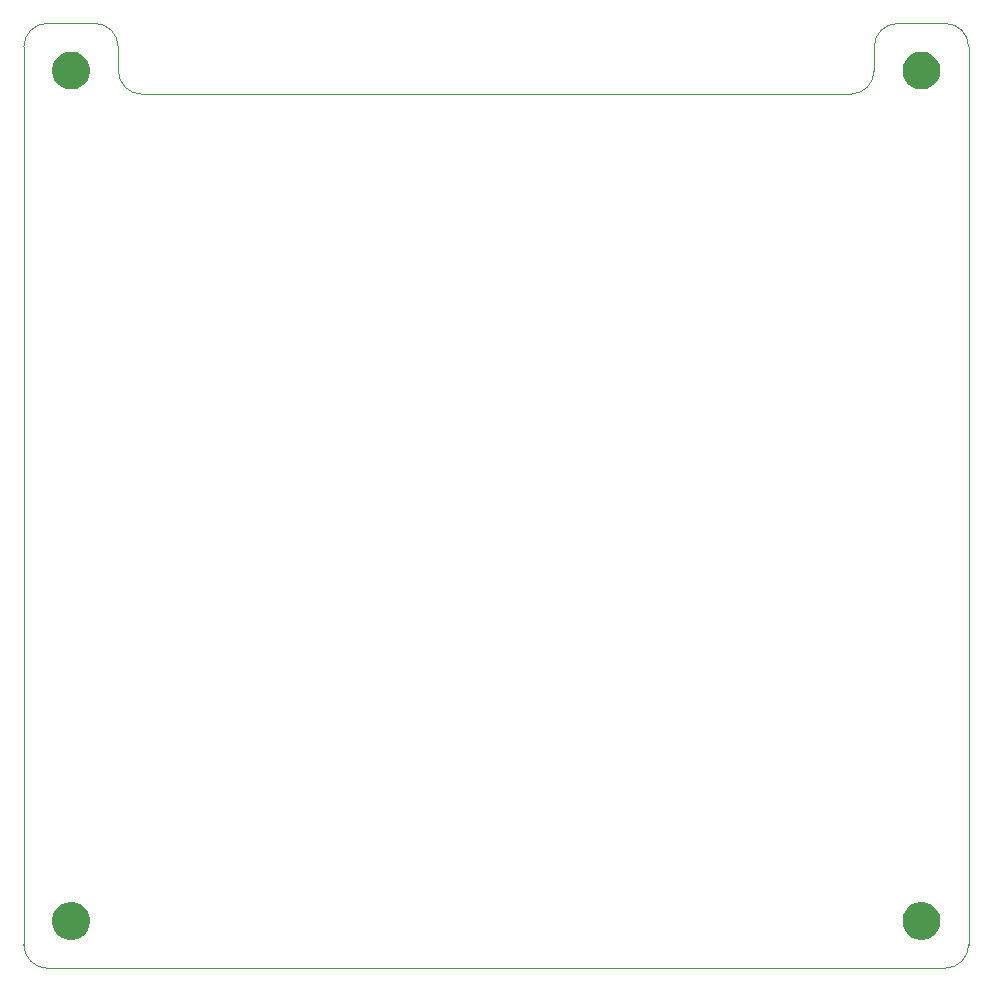
<source format=gbr>
%TF.GenerationSoftware,Altium Limited,Altium Designer,21.6.1 (37)*%
G04 Layer_Color=0*
%FSLAX45Y45*%
%MOMM*%
%TF.SameCoordinates,308497C2-864B-4A42-B135-7B231B7309CE*%
%TF.FilePolarity,Positive*%
%TF.FileFunction,Profile,NP*%
%TF.Part,Single*%
G01*
G75*
%TA.AperFunction,Profile*%
%ADD167C,0.02540*%
G36*
X240000Y400635D02*
Y384876D01*
X246149Y353964D01*
X258210Y324846D01*
X275720Y298641D01*
X298006Y276355D01*
X324212Y258845D01*
X353330Y246784D01*
X384242Y240635D01*
X400000D01*
X415759D01*
X446670Y246784D01*
X475788Y258845D01*
X501994Y276355D01*
X524280Y298641D01*
X541790Y324846D01*
X553851Y353964D01*
X560000Y384876D01*
Y400635D01*
Y416393D01*
X553851Y447305D01*
X541790Y476423D01*
X524280Y502629D01*
X501994Y524915D01*
X475788Y542425D01*
X446670Y554486D01*
X415759Y560635D01*
X400000D01*
X384242D01*
X353330Y554486D01*
X324212Y542425D01*
X298006Y524915D01*
X275720Y502629D01*
X258210Y476423D01*
X246149Y447305D01*
X240000Y416393D01*
Y400635D01*
D01*
D02*
G37*
G36*
X7440000D02*
Y384876D01*
X7446149Y353964D01*
X7458210Y324846D01*
X7475720Y298641D01*
X7498006Y276355D01*
X7524212Y258845D01*
X7553330Y246784D01*
X7584242Y240635D01*
X7600000D01*
X7615759D01*
X7646671Y246784D01*
X7675789Y258845D01*
X7701994Y276355D01*
X7724280Y298641D01*
X7741790Y324846D01*
X7753851Y353964D01*
X7760000Y384876D01*
Y400635D01*
Y416393D01*
X7753851Y447305D01*
X7741790Y476423D01*
X7724280Y502629D01*
X7701994Y524915D01*
X7675789Y542425D01*
X7646671Y554486D01*
X7615759Y560635D01*
X7600000D01*
X7584242D01*
X7553330Y554486D01*
X7524212Y542425D01*
X7498006Y524915D01*
X7475720Y502629D01*
X7458210Y476423D01*
X7446149Y447305D01*
X7440000Y416393D01*
Y400635D01*
D01*
D02*
G37*
G36*
Y7600635D02*
Y7584876D01*
X7446149Y7553965D01*
X7458210Y7524847D01*
X7475720Y7498641D01*
X7498006Y7476355D01*
X7524212Y7458845D01*
X7553330Y7446784D01*
X7584242Y7440635D01*
X7600000D01*
X7615759D01*
X7646671Y7446784D01*
X7675789Y7458845D01*
X7701994Y7476355D01*
X7724280Y7498641D01*
X7741790Y7524847D01*
X7753851Y7553965D01*
X7760000Y7584876D01*
Y7600635D01*
Y7616393D01*
X7753851Y7647305D01*
X7741790Y7676423D01*
X7724280Y7702629D01*
X7701994Y7724915D01*
X7675789Y7742425D01*
X7646671Y7754486D01*
X7615759Y7760635D01*
X7600000D01*
X7584242D01*
X7553330Y7754486D01*
X7524212Y7742425D01*
X7498006Y7724915D01*
X7475720Y7702629D01*
X7458210Y7676423D01*
X7446149Y7647305D01*
X7440000Y7616393D01*
Y7600635D01*
D01*
D02*
G37*
G36*
X400000Y7440635D02*
X384242D01*
X353330Y7446784D01*
X324212Y7458845D01*
X298006Y7476355D01*
X275720Y7498641D01*
X258210Y7524847D01*
X246149Y7553965D01*
X240000Y7584876D01*
Y7600635D01*
Y7616393D01*
X246149Y7647305D01*
X258210Y7676423D01*
X275720Y7702629D01*
X298006Y7724915D01*
X324212Y7742425D01*
X353330Y7754486D01*
X384242Y7760635D01*
X400000D01*
X415759D01*
X446670Y7754486D01*
X475788Y7742425D01*
X501994Y7724915D01*
X524280Y7702629D01*
X541790Y7676423D01*
X553851Y7647305D01*
X560000Y7616393D01*
Y7600635D01*
Y7584876D01*
X553851Y7553965D01*
X541790Y7524847D01*
X524280Y7498641D01*
X501994Y7476355D01*
X475788Y7458845D01*
X446670Y7446784D01*
X415759Y7440635D01*
X400000D01*
D01*
D02*
G37*
D167*
X0Y200635D02*
G03*
X200000Y635I200000J0D01*
G01*
X7800000D01*
D02*
G03*
X8000000Y200635I0J200000D01*
G01*
Y7800635D01*
D02*
G03*
X7800000Y8000635I-200000J0D01*
G01*
X7400000D01*
D02*
G03*
X7200000Y7800635I0J-200000D01*
G01*
Y7600635D01*
D02*
G02*
X7000000Y7400635I-200000J0D01*
G01*
X1000000D01*
D02*
G02*
X800000Y7600635I0J200000D01*
G01*
Y7800635D01*
D02*
G03*
X600000Y8000635I-200000J0D01*
G01*
X200000D01*
D02*
G03*
X0Y7800635I0J-200000D01*
G01*
X0Y200635D01*
%TF.MD5,50dd16feea9e4f5a77e6b12510079233*%
M02*

</source>
